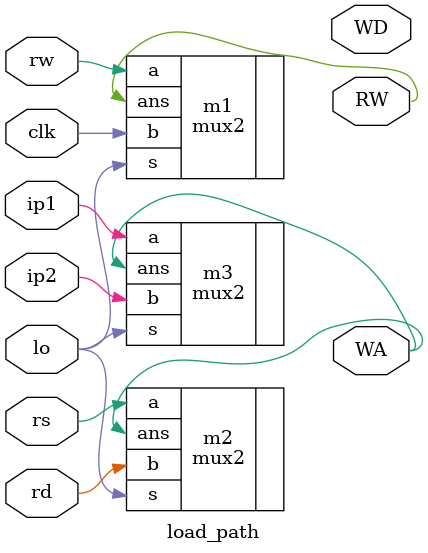
<source format=v>
module load_path(rw,clk,lo,rs,rd,ip1,ip2,RW,WA,WD);
input rw,clk,lo,rs,rd,ip1,ip2;
output RW,WA,WD;

mux2 m1(.a(rw),.b(clk),.s(lo),.ans(RW));
mux2 m2(.a(rs),.b(rd),.s(lo),.ans(WA));
mux2 m3(.a(ip1),.b(ip2),.s(lo),.ans(WA));

endmodule

</source>
